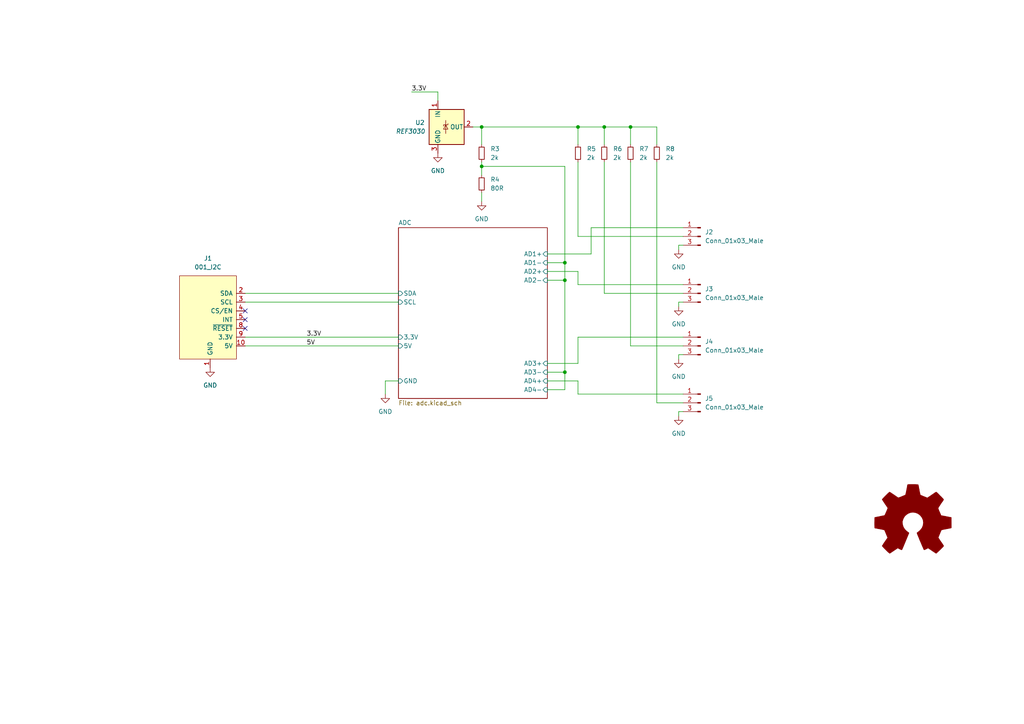
<source format=kicad_sch>
(kicad_sch (version 20211123) (generator eeschema)

  (uuid 29256b3d-9450-4c0a-a4d4-911f04b9c140)

  (paper "A4")

  (lib_symbols
    (symbol "Connector:Conn_01x03_Male" (pin_names (offset 1.016) hide) (in_bom yes) (on_board yes)
      (property "Reference" "J" (id 0) (at 0 5.08 0)
        (effects (font (size 1.27 1.27)))
      )
      (property "Value" "Conn_01x03_Male" (id 1) (at 0 -5.08 0)
        (effects (font (size 1.27 1.27)))
      )
      (property "Footprint" "" (id 2) (at 0 0 0)
        (effects (font (size 1.27 1.27)) hide)
      )
      (property "Datasheet" "~" (id 3) (at 0 0 0)
        (effects (font (size 1.27 1.27)) hide)
      )
      (property "ki_keywords" "connector" (id 4) (at 0 0 0)
        (effects (font (size 1.27 1.27)) hide)
      )
      (property "ki_description" "Generic connector, single row, 01x03, script generated (kicad-library-utils/schlib/autogen/connector/)" (id 5) (at 0 0 0)
        (effects (font (size 1.27 1.27)) hide)
      )
      (property "ki_fp_filters" "Connector*:*_1x??_*" (id 6) (at 0 0 0)
        (effects (font (size 1.27 1.27)) hide)
      )
      (symbol "Conn_01x03_Male_1_1"
        (polyline
          (pts
            (xy 1.27 -2.54)
            (xy 0.8636 -2.54)
          )
          (stroke (width 0.1524) (type default) (color 0 0 0 0))
          (fill (type none))
        )
        (polyline
          (pts
            (xy 1.27 0)
            (xy 0.8636 0)
          )
          (stroke (width 0.1524) (type default) (color 0 0 0 0))
          (fill (type none))
        )
        (polyline
          (pts
            (xy 1.27 2.54)
            (xy 0.8636 2.54)
          )
          (stroke (width 0.1524) (type default) (color 0 0 0 0))
          (fill (type none))
        )
        (rectangle (start 0.8636 -2.413) (end 0 -2.667)
          (stroke (width 0.1524) (type default) (color 0 0 0 0))
          (fill (type outline))
        )
        (rectangle (start 0.8636 0.127) (end 0 -0.127)
          (stroke (width 0.1524) (type default) (color 0 0 0 0))
          (fill (type outline))
        )
        (rectangle (start 0.8636 2.667) (end 0 2.413)
          (stroke (width 0.1524) (type default) (color 0 0 0 0))
          (fill (type outline))
        )
        (pin passive line (at 5.08 2.54 180) (length 3.81)
          (name "Pin_1" (effects (font (size 1.27 1.27))))
          (number "1" (effects (font (size 1.27 1.27))))
        )
        (pin passive line (at 5.08 0 180) (length 3.81)
          (name "Pin_2" (effects (font (size 1.27 1.27))))
          (number "2" (effects (font (size 1.27 1.27))))
        )
        (pin passive line (at 5.08 -2.54 180) (length 3.81)
          (name "Pin_3" (effects (font (size 1.27 1.27))))
          (number "3" (effects (font (size 1.27 1.27))))
        )
      )
    )
    (symbol "Device:R_Small" (pin_numbers hide) (pin_names (offset 0.254) hide) (in_bom yes) (on_board yes)
      (property "Reference" "R" (id 0) (at 0.762 0.508 0)
        (effects (font (size 1.27 1.27)) (justify left))
      )
      (property "Value" "R_Small" (id 1) (at 0.762 -1.016 0)
        (effects (font (size 1.27 1.27)) (justify left))
      )
      (property "Footprint" "" (id 2) (at 0 0 0)
        (effects (font (size 1.27 1.27)) hide)
      )
      (property "Datasheet" "~" (id 3) (at 0 0 0)
        (effects (font (size 1.27 1.27)) hide)
      )
      (property "ki_keywords" "R resistor" (id 4) (at 0 0 0)
        (effects (font (size 1.27 1.27)) hide)
      )
      (property "ki_description" "Resistor, small symbol" (id 5) (at 0 0 0)
        (effects (font (size 1.27 1.27)) hide)
      )
      (property "ki_fp_filters" "R_*" (id 6) (at 0 0 0)
        (effects (font (size 1.27 1.27)) hide)
      )
      (symbol "R_Small_0_1"
        (rectangle (start -0.762 1.778) (end 0.762 -1.778)
          (stroke (width 0.2032) (type default) (color 0 0 0 0))
          (fill (type none))
        )
      )
      (symbol "R_Small_1_1"
        (pin passive line (at 0 2.54 270) (length 0.762)
          (name "~" (effects (font (size 1.27 1.27))))
          (number "1" (effects (font (size 1.27 1.27))))
        )
        (pin passive line (at 0 -2.54 90) (length 0.762)
          (name "~" (effects (font (size 1.27 1.27))))
          (number "2" (effects (font (size 1.27 1.27))))
        )
      )
    )
    (symbol "Graphic:Logo_Open_Hardware_Large" (pin_names (offset 1.016)) (in_bom yes) (on_board yes)
      (property "Reference" "#LOGO" (id 0) (at 0 12.7 0)
        (effects (font (size 1.27 1.27)) hide)
      )
      (property "Value" "Logo_Open_Hardware_Large" (id 1) (at 0 -10.16 0)
        (effects (font (size 1.27 1.27)) hide)
      )
      (property "Footprint" "" (id 2) (at 0 0 0)
        (effects (font (size 1.27 1.27)) hide)
      )
      (property "Datasheet" "~" (id 3) (at 0 0 0)
        (effects (font (size 1.27 1.27)) hide)
      )
      (property "ki_keywords" "Logo" (id 4) (at 0 0 0)
        (effects (font (size 1.27 1.27)) hide)
      )
      (property "ki_description" "Open Hardware logo, large" (id 5) (at 0 0 0)
        (effects (font (size 1.27 1.27)) hide)
      )
      (symbol "Logo_Open_Hardware_Large_1_1"
        (polyline
          (pts
            (xy 6.731 -8.7122)
            (xy 6.6294 -8.6614)
            (xy 6.35 -8.4836)
            (xy 5.9944 -8.255)
            (xy 5.5372 -7.9502)
            (xy 5.1054 -7.6454)
            (xy 4.7498 -7.4168)
            (xy 4.4958 -7.239)
            (xy 4.3942 -7.1882)
            (xy 4.318 -7.2136)
            (xy 4.1148 -7.3152)
            (xy 3.81 -7.4676)
            (xy 3.6322 -7.5692)
            (xy 3.3528 -7.6708)
            (xy 3.2258 -7.6962)
            (xy 3.2004 -7.6708)
            (xy 3.0988 -7.4676)
            (xy 2.9464 -7.0866)
            (xy 2.7178 -6.604)
            (xy 2.4892 -6.0452)
            (xy 2.2352 -5.4356)
            (xy 1.9558 -4.826)
            (xy 1.7272 -4.2164)
            (xy 1.4986 -3.683)
            (xy 1.3208 -3.2512)
            (xy 1.2192 -2.9464)
            (xy 1.1684 -2.8194)
            (xy 1.1938 -2.794)
            (xy 1.3208 -2.667)
            (xy 1.5748 -2.4892)
            (xy 2.0828 -2.0574)
            (xy 2.6162 -1.397)
            (xy 2.921 -0.6604)
            (xy 3.048 0.1524)
            (xy 2.9464 0.9144)
            (xy 2.6416 1.6256)
            (xy 2.1336 2.286)
            (xy 1.524 2.7686)
            (xy 0.8128 3.0734)
            (xy 0 3.175)
            (xy -0.762 3.0988)
            (xy -1.4986 2.794)
            (xy -2.159 2.286)
            (xy -2.4384 1.9812)
            (xy -2.8194 1.3208)
            (xy -3.048 0.6096)
            (xy -3.0734 0.4318)
            (xy -3.0226 -0.3556)
            (xy -2.794 -1.0922)
            (xy -2.3876 -1.7526)
            (xy -1.8288 -2.3114)
            (xy -1.7526 -2.3622)
            (xy -1.4732 -2.5654)
            (xy -1.2954 -2.6924)
            (xy -1.1684 -2.8194)
            (xy -2.159 -5.207)
            (xy -2.3114 -5.588)
            (xy -2.5908 -6.2484)
            (xy -2.8194 -6.8072)
            (xy -3.0226 -7.2644)
            (xy -3.1496 -7.5692)
            (xy -3.2258 -7.6708)
            (xy -3.2258 -7.6962)
            (xy -3.302 -7.6962)
            (xy -3.4798 -7.6454)
            (xy -3.8354 -7.4676)
            (xy -4.0386 -7.366)
            (xy -4.2926 -7.239)
            (xy -4.4196 -7.1882)
            (xy -4.5212 -7.239)
            (xy -4.7498 -7.3914)
            (xy -5.1054 -7.6454)
            (xy -5.5372 -7.9248)
            (xy -5.9436 -8.2042)
            (xy -6.3246 -8.4582)
            (xy -6.604 -8.636)
            (xy -6.731 -8.7122)
            (xy -6.7564 -8.7122)
            (xy -6.858 -8.636)
            (xy -7.0866 -8.4582)
            (xy -7.4168 -8.1534)
            (xy -7.874 -7.6962)
            (xy -7.9502 -7.62)
            (xy -8.3312 -7.239)
            (xy -8.636 -6.9088)
            (xy -8.8392 -6.6802)
            (xy -8.9154 -6.5786)
            (xy -8.9154 -6.5786)
            (xy -8.8392 -6.4516)
            (xy -8.6614 -6.1722)
            (xy -8.4328 -5.7912)
            (xy -8.128 -5.3594)
            (xy -7.3152 -4.191)
            (xy -7.7724 -3.0988)
            (xy -7.8994 -2.7686)
            (xy -8.0772 -2.3622)
            (xy -8.2042 -2.0828)
            (xy -8.255 -1.9558)
            (xy -8.382 -1.905)
            (xy -8.6614 -1.8542)
            (xy -9.0932 -1.7526)
            (xy -9.6266 -1.651)
            (xy -10.1092 -1.5748)
            (xy -10.541 -1.4732)
            (xy -10.8712 -1.4224)
            (xy -11.0236 -1.397)
            (xy -11.049 -1.3716)
            (xy -11.0744 -1.2954)
            (xy -11.0998 -1.143)
            (xy -11.0998 -0.889)
            (xy -11.1252 -0.4572)
            (xy -11.1252 0.1524)
            (xy -11.1252 0.2286)
            (xy -11.0998 0.8128)
            (xy -11.0998 1.27)
            (xy -11.0744 1.5494)
            (xy -11.0744 1.6764)
            (xy -11.0744 1.6764)
            (xy -10.922 1.7018)
            (xy -10.6172 1.778)
            (xy -10.16 1.8542)
            (xy -9.652 1.9558)
            (xy -9.6012 1.9812)
            (xy -9.0932 2.0828)
            (xy -8.636 2.159)
            (xy -8.3312 2.2352)
            (xy -8.2042 2.286)
            (xy -8.1788 2.3114)
            (xy -8.0772 2.5146)
            (xy -7.9248 2.8448)
            (xy -7.747 3.2512)
            (xy -7.5692 3.6576)
            (xy -7.4168 4.0386)
            (xy -7.3152 4.318)
            (xy -7.2898 4.445)
            (xy -7.2898 4.445)
            (xy -7.366 4.572)
            (xy -7.5438 4.826)
            (xy -7.7978 5.207)
            (xy -8.128 5.6642)
            (xy -8.128 5.6896)
            (xy -8.4328 6.1468)
            (xy -8.6868 6.5278)
            (xy -8.8392 6.7818)
            (xy -8.9154 6.9088)
            (xy -8.9154 6.9088)
            (xy -8.8138 7.0358)
            (xy -8.5852 7.2898)
            (xy -8.255 7.6454)
            (xy -7.874 8.0264)
            (xy -7.747 8.1534)
            (xy -7.3152 8.5852)
            (xy -7.0104 8.8646)
            (xy -6.8326 8.9916)
            (xy -6.731 9.0424)
            (xy -6.731 9.0424)
            (xy -6.604 8.9408)
            (xy -6.3246 8.763)
            (xy -5.9436 8.509)
            (xy -5.4864 8.2042)
            (xy -5.461 8.1788)
            (xy -5.0038 7.874)
            (xy -4.6482 7.62)
            (xy -4.3688 7.4422)
            (xy -4.2672 7.3914)
            (xy -4.2418 7.3914)
            (xy -4.064 7.4422)
            (xy -3.7338 7.5438)
            (xy -3.3528 7.6962)
            (xy -2.9464 7.874)
            (xy -2.5654 8.0264)
            (xy -2.286 8.1534)
            (xy -2.159 8.2296)
            (xy -2.159 8.2296)
            (xy -2.1082 8.382)
            (xy -2.032 8.7122)
            (xy -1.9304 9.1694)
            (xy -1.8288 9.7282)
            (xy -1.8034 9.8044)
            (xy -1.7018 10.3378)
            (xy -1.6256 10.7696)
            (xy -1.5748 11.0744)
            (xy -1.524 11.2014)
            (xy -1.4478 11.2268)
            (xy -1.1938 11.2522)
            (xy -0.8128 11.2522)
            (xy -0.3302 11.2522)
            (xy 0.1524 11.2522)
            (xy 0.6604 11.2522)
            (xy 1.0668 11.2268)
            (xy 1.3716 11.2014)
            (xy 1.4986 11.176)
            (xy 1.4986 11.176)
            (xy 1.5494 11.0236)
            (xy 1.6256 10.6934)
            (xy 1.7018 10.2108)
            (xy 1.8288 9.6774)
            (xy 1.8288 9.5758)
            (xy 1.9304 9.0424)
            (xy 2.032 8.6106)
            (xy 2.0828 8.3058)
            (xy 2.1336 8.2042)
            (xy 2.159 8.1788)
            (xy 2.3876 8.0772)
            (xy 2.7432 7.9248)
            (xy 3.175 7.747)
            (xy 4.191 7.3406)
            (xy 5.461 8.2042)
            (xy 5.5626 8.2804)
            (xy 6.0198 8.5852)
            (xy 6.3754 8.8392)
            (xy 6.6294 8.9916)
            (xy 6.7564 9.0424)
            (xy 6.7564 9.0424)
            (xy 6.8834 8.9408)
            (xy 7.1374 8.7122)
            (xy 7.4676 8.382)
            (xy 7.8486 7.9756)
            (xy 8.1534 7.6962)
            (xy 8.4836 7.3406)
            (xy 8.7122 7.112)
            (xy 8.8392 6.9596)
            (xy 8.8646 6.858)
            (xy 8.8646 6.8072)
            (xy 8.7884 6.6802)
            (xy 8.6106 6.4008)
            (xy 8.3312 6.0198)
            (xy 8.0264 5.588)
            (xy 7.7978 5.207)
            (xy 7.5184 4.8006)
            (xy 7.3406 4.4958)
            (xy 7.2898 4.3434)
            (xy 7.2898 4.2926)
            (xy 7.3914 4.0386)
            (xy 7.5184 3.683)
            (xy 7.7216 3.2258)
            (xy 8.1534 2.2352)
            (xy 8.7884 2.1082)
            (xy 9.1948 2.0574)
            (xy 9.7536 1.9304)
            (xy 10.2616 1.8288)
            (xy 11.0998 1.6764)
            (xy 11.1252 -1.3208)
            (xy 10.9982 -1.3716)
            (xy 10.8712 -1.397)
            (xy 10.5664 -1.4732)
            (xy 10.1346 -1.5494)
            (xy 9.6266 -1.651)
            (xy 9.1948 -1.7272)
            (xy 8.7376 -1.8288)
            (xy 8.4328 -1.8796)
            (xy 8.2804 -1.905)
            (xy 8.255 -1.9558)
            (xy 8.1534 -2.159)
            (xy 7.9756 -2.5146)
            (xy 7.8232 -2.921)
            (xy 7.6454 -3.3274)
            (xy 7.493 -3.7338)
            (xy 7.366 -4.0132)
            (xy 7.3406 -4.191)
            (xy 7.3914 -4.2926)
            (xy 7.5692 -4.5466)
            (xy 7.7978 -4.9276)
            (xy 8.1026 -5.3594)
            (xy 8.4074 -5.7912)
            (xy 8.6614 -6.1722)
            (xy 8.8138 -6.4262)
            (xy 8.89 -6.5532)
            (xy 8.8646 -6.6548)
            (xy 8.6868 -6.858)
            (xy 8.3566 -7.1882)
            (xy 7.874 -7.6708)
            (xy 7.7978 -7.747)
            (xy 7.3914 -8.128)
            (xy 7.0612 -8.4328)
            (xy 6.8326 -8.636)
            (xy 6.731 -8.7122)
          )
          (stroke (width 0) (type default) (color 0 0 0 0))
          (fill (type outline))
        )
      )
    )
    (symbol "Reference_Voltage:REF3030" (pin_names (offset 0.254)) (in_bom yes) (on_board yes)
      (property "Reference" "U" (id 0) (at 0 6.35 0)
        (effects (font (size 1.27 1.27)))
      )
      (property "Value" "REF3030" (id 1) (at 2.54 -6.35 0)
        (effects (font (size 1.27 1.27) italic))
      )
      (property "Footprint" "Package_TO_SOT_SMD:SOT-23" (id 2) (at 0 -11.43 0)
        (effects (font (size 1.27 1.27) italic) hide)
      )
      (property "Datasheet" "http://www.ti.com/lit/ds/symlink/ref3033.pdf" (id 3) (at 2.54 -8.89 0)
        (effects (font (size 1.27 1.27) italic) hide)
      )
      (property "ki_keywords" "voltage reference" (id 4) (at 0 0 0)
        (effects (font (size 1.27 1.27)) hide)
      )
      (property "ki_description" "3.0V 50-ppm/°C Max, 50-μA, CMOS Voltage Reference, SOT-23-3" (id 5) (at 0 0 0)
        (effects (font (size 1.27 1.27)) hide)
      )
      (property "ki_fp_filters" "SOT?23*" (id 6) (at 0 0 0)
        (effects (font (size 1.27 1.27)) hide)
      )
      (symbol "REF3030_0_1"
        (rectangle (start -5.08 5.08) (end 5.08 -5.08)
          (stroke (width 0.254) (type default) (color 0 0 0 0))
          (fill (type background))
        )
        (polyline
          (pts
            (xy -0.254 1.905)
            (xy -0.254 -1.905)
          )
          (stroke (width 0) (type default) (color 0 0 0 0))
          (fill (type none))
        )
        (polyline
          (pts
            (xy -0.889 -0.635)
            (xy 0.381 -0.635)
            (xy -0.254 0.635)
            (xy -0.889 -0.635)
          )
          (stroke (width 0) (type default) (color 0 0 0 0))
          (fill (type none))
        )
        (polyline
          (pts
            (xy 0.381 1.016)
            (xy 0.381 0.635)
            (xy -0.889 0.635)
            (xy -0.889 0.254)
          )
          (stroke (width 0) (type default) (color 0 0 0 0))
          (fill (type none))
        )
      )
      (symbol "REF3030_1_1"
        (pin power_in line (at -2.54 7.62 270) (length 2.54)
          (name "IN" (effects (font (size 1.27 1.27))))
          (number "1" (effects (font (size 1.27 1.27))))
        )
        (pin power_out line (at 7.62 0 180) (length 2.54)
          (name "OUT" (effects (font (size 1.27 1.27))))
          (number "2" (effects (font (size 1.27 1.27))))
        )
        (pin power_in line (at -2.54 -7.62 90) (length 2.54)
          (name "GND" (effects (font (size 1.27 1.27))))
          (number "3" (effects (font (size 1.27 1.27))))
        )
      )
    )
    (symbol "power:GND" (power) (pin_names (offset 0)) (in_bom yes) (on_board yes)
      (property "Reference" "#PWR" (id 0) (at 0 -6.35 0)
        (effects (font (size 1.27 1.27)) hide)
      )
      (property "Value" "GND" (id 1) (at 0 -3.81 0)
        (effects (font (size 1.27 1.27)))
      )
      (property "Footprint" "" (id 2) (at 0 0 0)
        (effects (font (size 1.27 1.27)) hide)
      )
      (property "Datasheet" "" (id 3) (at 0 0 0)
        (effects (font (size 1.27 1.27)) hide)
      )
      (property "ki_keywords" "power-flag" (id 4) (at 0 0 0)
        (effects (font (size 1.27 1.27)) hide)
      )
      (property "ki_description" "Power symbol creates a global label with name \"GND\" , ground" (id 5) (at 0 0 0)
        (effects (font (size 1.27 1.27)) hide)
      )
      (symbol "GND_0_1"
        (polyline
          (pts
            (xy 0 0)
            (xy 0 -1.27)
            (xy 1.27 -1.27)
            (xy 0 -2.54)
            (xy -1.27 -1.27)
            (xy 0 -1.27)
          )
          (stroke (width 0) (type default) (color 0 0 0 0))
          (fill (type none))
        )
      )
      (symbol "GND_1_1"
        (pin power_in line (at 0 0 270) (length 0) hide
          (name "GND" (effects (font (size 1.27 1.27))))
          (number "1" (effects (font (size 1.27 1.27))))
        )
      )
    )
    (symbol "put_on_edge:001_I2C" (pin_names (offset 1.016)) (in_bom yes) (on_board yes)
      (property "Reference" "J" (id 0) (at -2.54 13.97 0)
        (effects (font (size 1.27 1.27)))
      )
      (property "Value" "001_I2C" (id 1) (at 8.89 13.97 0)
        (effects (font (size 1.27 1.27)))
      )
      (property "Footprint" "" (id 2) (at 7.62 16.51 0)
        (effects (font (size 1.27 1.27)) hide)
      )
      (property "Datasheet" "" (id 3) (at 7.62 16.51 0)
        (effects (font (size 1.27 1.27)) hide)
      )
      (symbol "001_I2C_0_1"
        (rectangle (start -8.89 12.7) (end 7.62 -11.43)
          (stroke (width 0) (type default) (color 0 0 0 0))
          (fill (type background))
        )
      )
      (symbol "001_I2C_1_1"
        (pin power_in line (at -1.27 -13.97 90) (length 2.54)
          (name "GND" (effects (font (size 1.27 1.27))))
          (number "1" (effects (font (size 1.27 1.27))))
        )
        (pin power_in line (at -11.43 -7.62 0) (length 2.54)
          (name "5V" (effects (font (size 1.27 1.27))))
          (number "10" (effects (font (size 1.27 1.27))))
        )
        (pin bidirectional line (at -11.43 7.62 0) (length 2.54)
          (name "SDA" (effects (font (size 1.27 1.27))))
          (number "2" (effects (font (size 1.27 1.27))))
        )
        (pin bidirectional line (at -11.43 5.08 0) (length 2.54)
          (name "SCL" (effects (font (size 1.27 1.27))))
          (number "3" (effects (font (size 1.27 1.27))))
        )
        (pin bidirectional line (at -11.43 2.54 0) (length 2.54)
          (name "CS/EN" (effects (font (size 1.27 1.27))))
          (number "4" (effects (font (size 1.27 1.27))))
        )
        (pin bidirectional line (at -11.43 0 0) (length 2.54)
          (name "INT" (effects (font (size 1.27 1.27))))
          (number "5" (effects (font (size 1.27 1.27))))
        )
        (pin bidirectional line (at -11.43 -2.54 0) (length 2.54)
          (name "~{RESET}" (effects (font (size 1.27 1.27))))
          (number "8" (effects (font (size 1.27 1.27))))
        )
        (pin power_in line (at -11.43 -5.08 0) (length 2.54)
          (name "3.3V" (effects (font (size 1.27 1.27))))
          (number "9" (effects (font (size 1.27 1.27))))
        )
      )
    )
  )

  (junction (at 163.83 76.2) (diameter 0) (color 0 0 0 0)
    (uuid 0975f659-a5ca-41b7-b49e-2ece00ca09b7)
  )
  (junction (at 175.26 36.83) (diameter 0) (color 0 0 0 0)
    (uuid 0a304cf0-e4bf-4866-a74e-7c6cd4c7e918)
  )
  (junction (at 167.64 36.83) (diameter 0) (color 0 0 0 0)
    (uuid 2682e4e1-bd5f-461a-9fd0-c0cb421907ef)
  )
  (junction (at 139.7 36.83) (diameter 0) (color 0 0 0 0)
    (uuid 4351e1d6-672e-4a58-bdd8-46a6ad99ff89)
  )
  (junction (at 139.7 48.26) (diameter 0) (color 0 0 0 0)
    (uuid 52af98b2-86da-4b87-b703-7faba4349c2b)
  )
  (junction (at 182.88 36.83) (diameter 0) (color 0 0 0 0)
    (uuid 7db9ba20-c131-47ec-af2b-cdce3958e4c9)
  )
  (junction (at 163.83 81.28) (diameter 0) (color 0 0 0 0)
    (uuid 93bc46e4-5043-4364-805b-50ea1157941d)
  )
  (junction (at 163.83 107.95) (diameter 0) (color 0 0 0 0)
    (uuid a47f0306-ff2e-4136-bb6b-c7267afef382)
  )

  (no_connect (at 71.12 92.71) (uuid 279bfd46-5d22-4d47-b3be-2961e3d53603))
  (no_connect (at 71.12 90.17) (uuid 55413a77-8b82-42a6-bb75-3c617ba4c376))
  (no_connect (at 71.12 95.25) (uuid 9c3a3334-6ec0-44ff-9c0d-d6a65e04ab7e))

  (wire (pts (xy 71.12 87.63) (xy 115.57 87.63))
    (stroke (width 0) (type default) (color 0 0 0 0))
    (uuid 03d5a1ab-0c6b-4c80-a24b-6716d6849030)
  )
  (wire (pts (xy 196.85 102.87) (xy 198.12 102.87))
    (stroke (width 0) (type default) (color 0 0 0 0))
    (uuid 041540dd-66e6-44c5-9d56-d11d2216d19d)
  )
  (wire (pts (xy 167.64 105.41) (xy 158.75 105.41))
    (stroke (width 0) (type default) (color 0 0 0 0))
    (uuid 087ff793-2e56-4fbf-b5f3-a7375b194b23)
  )
  (wire (pts (xy 71.12 85.09) (xy 115.57 85.09))
    (stroke (width 0) (type default) (color 0 0 0 0))
    (uuid 08ebb44e-a2a8-4f47-9501-08bdcc738e2a)
  )
  (wire (pts (xy 163.83 81.28) (xy 163.83 107.95))
    (stroke (width 0) (type default) (color 0 0 0 0))
    (uuid 09be406e-3f2c-464c-ace1-829a39b3330d)
  )
  (wire (pts (xy 111.76 110.49) (xy 115.57 110.49))
    (stroke (width 0) (type default) (color 0 0 0 0))
    (uuid 18b95a17-9363-42df-b018-2efb7cce5c40)
  )
  (wire (pts (xy 167.64 97.79) (xy 167.64 105.41))
    (stroke (width 0) (type default) (color 0 0 0 0))
    (uuid 19173a5b-a3f9-439b-ad25-7383e6147125)
  )
  (wire (pts (xy 198.12 100.33) (xy 182.88 100.33))
    (stroke (width 0) (type default) (color 0 0 0 0))
    (uuid 1b7cdedc-8c1a-47ec-a687-a0da45d32457)
  )
  (wire (pts (xy 198.12 82.55) (xy 167.64 82.55))
    (stroke (width 0) (type default) (color 0 0 0 0))
    (uuid 1d35ae82-d72c-4d72-b462-59ad718a4c40)
  )
  (wire (pts (xy 139.7 48.26) (xy 139.7 50.8))
    (stroke (width 0) (type default) (color 0 0 0 0))
    (uuid 1f9398dd-7cdd-424c-b613-8ca2f01076a8)
  )
  (wire (pts (xy 163.83 113.03) (xy 158.75 113.03))
    (stroke (width 0) (type default) (color 0 0 0 0))
    (uuid 2031c6b0-4460-4794-a65a-43a03ed38ed1)
  )
  (wire (pts (xy 111.76 114.3) (xy 111.76 110.49))
    (stroke (width 0) (type default) (color 0 0 0 0))
    (uuid 2442a14a-b572-4c06-81cb-d81f6834a1ac)
  )
  (wire (pts (xy 171.45 73.66) (xy 171.45 66.04))
    (stroke (width 0) (type default) (color 0 0 0 0))
    (uuid 3314c378-2ba9-47be-a220-fc91c6f2992a)
  )
  (wire (pts (xy 158.75 76.2) (xy 163.83 76.2))
    (stroke (width 0) (type default) (color 0 0 0 0))
    (uuid 35f27740-ee8f-4028-aaa2-b8885bba0b46)
  )
  (wire (pts (xy 163.83 76.2) (xy 163.83 81.28))
    (stroke (width 0) (type default) (color 0 0 0 0))
    (uuid 367b6a4b-f59e-43aa-812a-11cc5148277e)
  )
  (wire (pts (xy 167.64 36.83) (xy 167.64 41.91))
    (stroke (width 0) (type default) (color 0 0 0 0))
    (uuid 36b9a97d-01a9-457e-a631-65790656e305)
  )
  (wire (pts (xy 190.5 36.83) (xy 182.88 36.83))
    (stroke (width 0) (type default) (color 0 0 0 0))
    (uuid 38e6be01-e1a1-4bad-8c4f-0d7dbf28c591)
  )
  (wire (pts (xy 198.12 97.79) (xy 167.64 97.79))
    (stroke (width 0) (type default) (color 0 0 0 0))
    (uuid 3a184905-c0f4-48f0-8608-3958fbbd1f37)
  )
  (wire (pts (xy 119.38 26.67) (xy 127 26.67))
    (stroke (width 0) (type default) (color 0 0 0 0))
    (uuid 3cb0c1d5-25b8-4247-9c21-16c1ee1d2802)
  )
  (wire (pts (xy 167.64 68.58) (xy 198.12 68.58))
    (stroke (width 0) (type default) (color 0 0 0 0))
    (uuid 4310665b-814c-4c30-9aa3-b5e28b45a80c)
  )
  (wire (pts (xy 167.64 110.49) (xy 158.75 110.49))
    (stroke (width 0) (type default) (color 0 0 0 0))
    (uuid 46cdac83-4cb3-46fc-8706-7a3583890df6)
  )
  (wire (pts (xy 167.64 82.55) (xy 167.64 78.74))
    (stroke (width 0) (type default) (color 0 0 0 0))
    (uuid 47e667e1-0fd2-4c53-933d-94a7b5f7beba)
  )
  (wire (pts (xy 139.7 48.26) (xy 163.83 48.26))
    (stroke (width 0) (type default) (color 0 0 0 0))
    (uuid 48ae1a4c-bb66-43e6-8e9b-07e6cf0a8800)
  )
  (wire (pts (xy 196.85 72.39) (xy 196.85 71.12))
    (stroke (width 0) (type default) (color 0 0 0 0))
    (uuid 4f351e7e-dbbe-4fc5-a77a-2645280e3cfe)
  )
  (wire (pts (xy 182.88 36.83) (xy 175.26 36.83))
    (stroke (width 0) (type default) (color 0 0 0 0))
    (uuid 52e3c586-915f-4ae3-bf39-c85410b5973a)
  )
  (wire (pts (xy 139.7 36.83) (xy 139.7 41.91))
    (stroke (width 0) (type default) (color 0 0 0 0))
    (uuid 568c9555-a4a3-4957-89ae-ba4e810ee171)
  )
  (wire (pts (xy 139.7 46.99) (xy 139.7 48.26))
    (stroke (width 0) (type default) (color 0 0 0 0))
    (uuid 60aefd37-c1f3-4b47-afb7-21993881eded)
  )
  (wire (pts (xy 167.64 78.74) (xy 158.75 78.74))
    (stroke (width 0) (type default) (color 0 0 0 0))
    (uuid 624e2136-a99e-407a-9a57-2888def0327c)
  )
  (wire (pts (xy 139.7 55.88) (xy 139.7 58.42))
    (stroke (width 0) (type default) (color 0 0 0 0))
    (uuid 63eb4e12-caae-4058-ae28-642c013aaec0)
  )
  (wire (pts (xy 71.12 97.79) (xy 115.57 97.79))
    (stroke (width 0) (type default) (color 0 0 0 0))
    (uuid 6b49047d-721a-4c9d-b338-11666ed868dd)
  )
  (wire (pts (xy 196.85 88.9) (xy 196.85 87.63))
    (stroke (width 0) (type default) (color 0 0 0 0))
    (uuid 6eaf2310-87a6-4b9a-92e8-35debbcaa5b5)
  )
  (wire (pts (xy 127 26.67) (xy 127 29.21))
    (stroke (width 0) (type default) (color 0 0 0 0))
    (uuid 705587cc-a6c9-4e02-a763-3c64fe4f6b48)
  )
  (wire (pts (xy 190.5 116.84) (xy 190.5 46.99))
    (stroke (width 0) (type default) (color 0 0 0 0))
    (uuid 72cd064c-e698-49ef-94b3-548ca9eeb816)
  )
  (wire (pts (xy 198.12 116.84) (xy 190.5 116.84))
    (stroke (width 0) (type default) (color 0 0 0 0))
    (uuid 75bab6f4-87ff-48da-ada6-4b05458f98d5)
  )
  (wire (pts (xy 196.85 104.14) (xy 196.85 102.87))
    (stroke (width 0) (type default) (color 0 0 0 0))
    (uuid 7be248ce-0b8b-4301-9d1d-c6c81231f7d9)
  )
  (wire (pts (xy 196.85 119.38) (xy 198.12 119.38))
    (stroke (width 0) (type default) (color 0 0 0 0))
    (uuid 85041f5e-1497-4291-9b8b-68866bfdc7d4)
  )
  (wire (pts (xy 137.16 36.83) (xy 139.7 36.83))
    (stroke (width 0) (type default) (color 0 0 0 0))
    (uuid 8dfcc66e-e86b-425b-a651-f0726deab5a4)
  )
  (wire (pts (xy 158.75 73.66) (xy 171.45 73.66))
    (stroke (width 0) (type default) (color 0 0 0 0))
    (uuid 92ea69d9-0c42-4621-91b4-7611b581cdf7)
  )
  (wire (pts (xy 175.26 85.09) (xy 175.26 46.99))
    (stroke (width 0) (type default) (color 0 0 0 0))
    (uuid 93538109-16e1-4cde-96ce-7c0802b2e238)
  )
  (wire (pts (xy 171.45 66.04) (xy 198.12 66.04))
    (stroke (width 0) (type default) (color 0 0 0 0))
    (uuid 977ddc94-cc26-473e-9dbe-1e2a57538348)
  )
  (wire (pts (xy 196.85 71.12) (xy 198.12 71.12))
    (stroke (width 0) (type default) (color 0 0 0 0))
    (uuid 9bce8c63-02c4-480c-8bf2-ac0090116fbe)
  )
  (wire (pts (xy 182.88 36.83) (xy 182.88 41.91))
    (stroke (width 0) (type default) (color 0 0 0 0))
    (uuid b42d3dcb-71fe-4027-aeb7-9bf72106d929)
  )
  (wire (pts (xy 167.64 114.3) (xy 167.64 110.49))
    (stroke (width 0) (type default) (color 0 0 0 0))
    (uuid b86b6e17-fa10-43c9-b9bb-2ea2b3b3db99)
  )
  (wire (pts (xy 196.85 120.65) (xy 196.85 119.38))
    (stroke (width 0) (type default) (color 0 0 0 0))
    (uuid b9835ce8-073d-43a8-ac38-49487a4fd37e)
  )
  (wire (pts (xy 158.75 107.95) (xy 163.83 107.95))
    (stroke (width 0) (type default) (color 0 0 0 0))
    (uuid bc12a1e6-d58e-468b-81d3-7f2359afe605)
  )
  (wire (pts (xy 167.64 36.83) (xy 139.7 36.83))
    (stroke (width 0) (type default) (color 0 0 0 0))
    (uuid beedad85-57b3-48d4-a5b8-762bf1ae0bb8)
  )
  (wire (pts (xy 163.83 107.95) (xy 163.83 113.03))
    (stroke (width 0) (type default) (color 0 0 0 0))
    (uuid c5bc07f9-8446-40c9-87a9-a34ee819a5e6)
  )
  (wire (pts (xy 158.75 81.28) (xy 163.83 81.28))
    (stroke (width 0) (type default) (color 0 0 0 0))
    (uuid c9390790-8d5a-4d7a-a3c6-ddf63c16c17e)
  )
  (wire (pts (xy 182.88 100.33) (xy 182.88 46.99))
    (stroke (width 0) (type default) (color 0 0 0 0))
    (uuid d124e26b-19c7-4226-8e67-49ff422379fb)
  )
  (wire (pts (xy 175.26 36.83) (xy 175.26 41.91))
    (stroke (width 0) (type default) (color 0 0 0 0))
    (uuid d1ab4976-546b-43bd-9efe-5425e6f8190b)
  )
  (wire (pts (xy 163.83 48.26) (xy 163.83 76.2))
    (stroke (width 0) (type default) (color 0 0 0 0))
    (uuid df201a85-39ef-4339-9bfb-810ad0b68fd7)
  )
  (wire (pts (xy 175.26 36.83) (xy 167.64 36.83))
    (stroke (width 0) (type default) (color 0 0 0 0))
    (uuid e46e0545-9a2a-4ef2-b8a5-34f0d29c3e7c)
  )
  (wire (pts (xy 198.12 114.3) (xy 167.64 114.3))
    (stroke (width 0) (type default) (color 0 0 0 0))
    (uuid e9e4536b-93cd-40a4-bd2c-fd40ff7b2b08)
  )
  (wire (pts (xy 190.5 41.91) (xy 190.5 36.83))
    (stroke (width 0) (type default) (color 0 0 0 0))
    (uuid ecf437fa-ba80-4c47-ade0-70045375ce45)
  )
  (wire (pts (xy 167.64 46.99) (xy 167.64 68.58))
    (stroke (width 0) (type default) (color 0 0 0 0))
    (uuid f262f8cf-2b8d-4cc2-99e4-77555243a334)
  )
  (wire (pts (xy 198.12 85.09) (xy 175.26 85.09))
    (stroke (width 0) (type default) (color 0 0 0 0))
    (uuid fa5cd6f2-21d9-4a4d-b772-1b48b2b79c76)
  )
  (wire (pts (xy 196.85 87.63) (xy 198.12 87.63))
    (stroke (width 0) (type default) (color 0 0 0 0))
    (uuid fcbbeefe-3039-4d5e-b86c-9c72c7ae9bfc)
  )
  (wire (pts (xy 71.12 100.33) (xy 115.57 100.33))
    (stroke (width 0) (type default) (color 0 0 0 0))
    (uuid ff79dab9-b01e-4ad7-b15c-36b40e0fd1d6)
  )

  (label "3.3V" (at 88.9 97.79 0)
    (effects (font (size 1.27 1.27)) (justify left bottom))
    (uuid 1f553a7e-60df-4c15-98fb-919dbdd22556)
  )
  (label "5V" (at 88.9 100.33 0)
    (effects (font (size 1.27 1.27)) (justify left bottom))
    (uuid 4686cfa3-de45-4481-910e-3775b1611350)
  )
  (label "3.3V" (at 119.38 26.67 0)
    (effects (font (size 1.27 1.27)) (justify left bottom))
    (uuid e3bd1fc9-5e6c-4340-8ab0-e0951ef5bfb4)
  )

  (symbol (lib_id "Graphic:Logo_Open_Hardware_Large") (at 264.795 151.765 0) (unit 1)
    (in_bom yes) (on_board yes)
    (uuid 00000000-0000-0000-0000-000060bd71e9)
    (property "Reference" "l1" (id 0) (at 264.795 139.065 0)
      (effects (font (size 1.27 1.27)) hide)
    )
    (property "Value" "Logo_Open_Hardware_Larg" (id 1) (at 264.795 161.925 0)
      (effects (font (size 1.27 1.27)) hide)
    )
    (property "Footprint" "Symbol:OSHW-Logo2_7.3x6mm_SilkScreen" (id 2) (at 264.795 151.765 0)
      (effects (font (size 1.27 1.27)) hide)
    )
    (property "Datasheet" "~" (id 3) (at 264.795 151.765 0)
      (effects (font (size 1.27 1.27)) hide)
    )
  )

  (symbol (lib_id "power:GND") (at 196.85 88.9 0) (unit 1)
    (in_bom yes) (on_board yes) (fields_autoplaced)
    (uuid 04a28995-10a7-4e8d-bf0a-3c28cd74c2fa)
    (property "Reference" "#PWR0108" (id 0) (at 196.85 95.25 0)
      (effects (font (size 1.27 1.27)) hide)
    )
    (property "Value" "GND" (id 1) (at 196.85 93.98 0))
    (property "Footprint" "" (id 2) (at 196.85 88.9 0)
      (effects (font (size 1.27 1.27)) hide)
    )
    (property "Datasheet" "" (id 3) (at 196.85 88.9 0)
      (effects (font (size 1.27 1.27)) hide)
    )
    (pin "1" (uuid 5b5e9d4f-5380-4795-9c5c-6c9dd2774543))
  )

  (symbol (lib_id "put_on_edge:001_I2C") (at 59.69 92.71 0) (mirror y) (unit 1)
    (in_bom yes) (on_board yes) (fields_autoplaced)
    (uuid 1a87621e-0575-4cf6-9588-d7658bbe3aa9)
    (property "Reference" "J1" (id 0) (at 60.325 74.93 0))
    (property "Value" "001_I2C" (id 1) (at 60.325 77.47 0))
    (property "Footprint" "on_edge:on_edge_2x05_device" (id 2) (at 52.07 76.2 0)
      (effects (font (size 1.27 1.27)) hide)
    )
    (property "Datasheet" "" (id 3) (at 52.07 76.2 0)
      (effects (font (size 1.27 1.27)) hide)
    )
    (pin "1" (uuid b095322e-8881-4f18-90b5-c43ac6f00ec4))
    (pin "10" (uuid 0acc9c8d-3dea-4b14-a1b3-3f6447a817c2))
    (pin "2" (uuid 30b961af-7267-498e-8e93-0373270f8170))
    (pin "3" (uuid f540fe2d-4c96-40a6-94e0-e120ddfb34d7))
    (pin "4" (uuid f1f55c17-6b49-4e02-9cfd-d215c2a5bf65))
    (pin "5" (uuid 3aa6ece9-030b-4fbe-82e0-f616c1b18c54))
    (pin "8" (uuid 2d03344c-564a-483a-930d-f559c4c7552d))
    (pin "9" (uuid 6a4b1276-f648-4d46-9572-3a1c9f49ff38))
  )

  (symbol (lib_id "power:GND") (at 196.85 72.39 0) (unit 1)
    (in_bom yes) (on_board yes) (fields_autoplaced)
    (uuid 1af93a30-e96e-4701-9b61-9eb855ec2dee)
    (property "Reference" "#PWR0105" (id 0) (at 196.85 78.74 0)
      (effects (font (size 1.27 1.27)) hide)
    )
    (property "Value" "GND" (id 1) (at 196.85 77.47 0))
    (property "Footprint" "" (id 2) (at 196.85 72.39 0)
      (effects (font (size 1.27 1.27)) hide)
    )
    (property "Datasheet" "" (id 3) (at 196.85 72.39 0)
      (effects (font (size 1.27 1.27)) hide)
    )
    (pin "1" (uuid 7a681269-744d-42db-b63c-7230ab2439e2))
  )

  (symbol (lib_id "Connector:Conn_01x03_Male") (at 203.2 100.33 0) (mirror y) (unit 1)
    (in_bom yes) (on_board yes) (fields_autoplaced)
    (uuid 1d830964-033f-4a9c-8f2a-38726e9d8524)
    (property "Reference" "J4" (id 0) (at 204.47 99.0599 0)
      (effects (font (size 1.27 1.27)) (justify right))
    )
    (property "Value" "Conn_01x03_Male" (id 1) (at 204.47 101.5999 0)
      (effects (font (size 1.27 1.27)) (justify right))
    )
    (property "Footprint" "Connector_PinHeader_2.54mm:PinHeader_1x03_P2.54mm_Vertical" (id 2) (at 203.2 100.33 0)
      (effects (font (size 1.27 1.27)) hide)
    )
    (property "Datasheet" "~" (id 3) (at 203.2 100.33 0)
      (effects (font (size 1.27 1.27)) hide)
    )
    (pin "1" (uuid 233523f9-3dff-445c-811f-f32328cb1417))
    (pin "2" (uuid 26a4e4d3-d4a4-4a20-b8be-fbd3c0e79000))
    (pin "3" (uuid bf053841-8bc5-4cc3-a797-46115fd85660))
  )

  (symbol (lib_id "power:GND") (at 139.7 58.42 0) (unit 1)
    (in_bom yes) (on_board yes) (fields_autoplaced)
    (uuid 214094aa-2544-4733-a7ee-f6857243941e)
    (property "Reference" "#PWR0104" (id 0) (at 139.7 64.77 0)
      (effects (font (size 1.27 1.27)) hide)
    )
    (property "Value" "GND" (id 1) (at 139.7 63.5 0))
    (property "Footprint" "" (id 2) (at 139.7 58.42 0)
      (effects (font (size 1.27 1.27)) hide)
    )
    (property "Datasheet" "" (id 3) (at 139.7 58.42 0)
      (effects (font (size 1.27 1.27)) hide)
    )
    (pin "1" (uuid e0ce33dd-abc9-430c-b7bc-d293eef27e3e))
  )

  (symbol (lib_id "Device:R_Small") (at 175.26 44.45 0) (unit 1)
    (in_bom yes) (on_board yes) (fields_autoplaced)
    (uuid 2b570b8a-109a-422b-9186-c6f91a7cc0d3)
    (property "Reference" "R6" (id 0) (at 177.8 43.1799 0)
      (effects (font (size 1.27 1.27)) (justify left))
    )
    (property "Value" "2k" (id 1) (at 177.8 45.7199 0)
      (effects (font (size 1.27 1.27)) (justify left))
    )
    (property "Footprint" "Resistor_SMD:R_0603_1608Metric" (id 2) (at 175.26 44.45 0)
      (effects (font (size 1.27 1.27)) hide)
    )
    (property "Datasheet" "~" (id 3) (at 175.26 44.45 0)
      (effects (font (size 1.27 1.27)) hide)
    )
    (pin "1" (uuid fc67dfc9-458d-43b3-b550-73a90c233598))
    (pin "2" (uuid 8582d8a8-8666-4595-b783-db8ceb9f8742))
  )

  (symbol (lib_id "Device:R_Small") (at 190.5 44.45 0) (unit 1)
    (in_bom yes) (on_board yes) (fields_autoplaced)
    (uuid 302c19ea-a1f1-4d51-bbd7-83e7f3c96c7a)
    (property "Reference" "R8" (id 0) (at 193.04 43.1799 0)
      (effects (font (size 1.27 1.27)) (justify left))
    )
    (property "Value" "2k" (id 1) (at 193.04 45.7199 0)
      (effects (font (size 1.27 1.27)) (justify left))
    )
    (property "Footprint" "Resistor_SMD:R_0603_1608Metric" (id 2) (at 190.5 44.45 0)
      (effects (font (size 1.27 1.27)) hide)
    )
    (property "Datasheet" "~" (id 3) (at 190.5 44.45 0)
      (effects (font (size 1.27 1.27)) hide)
    )
    (pin "1" (uuid ccc9d90b-da4a-4e8d-ad59-1906856fc820))
    (pin "2" (uuid 49a315cf-5de9-48f3-a485-09fc0e3f4aa7))
  )

  (symbol (lib_id "Connector:Conn_01x03_Male") (at 203.2 116.84 0) (mirror y) (unit 1)
    (in_bom yes) (on_board yes) (fields_autoplaced)
    (uuid 3ac45dd7-0f29-4a18-b22f-49536effe9ec)
    (property "Reference" "J5" (id 0) (at 204.47 115.5699 0)
      (effects (font (size 1.27 1.27)) (justify right))
    )
    (property "Value" "Conn_01x03_Male" (id 1) (at 204.47 118.1099 0)
      (effects (font (size 1.27 1.27)) (justify right))
    )
    (property "Footprint" "Connector_PinHeader_2.54mm:PinHeader_1x03_P2.54mm_Vertical" (id 2) (at 203.2 116.84 0)
      (effects (font (size 1.27 1.27)) hide)
    )
    (property "Datasheet" "~" (id 3) (at 203.2 116.84 0)
      (effects (font (size 1.27 1.27)) hide)
    )
    (pin "1" (uuid dec0192c-6cf0-4e5b-a05b-6fe9ce74b23d))
    (pin "2" (uuid e1642d3d-c9df-4864-b89f-402c21e94800))
    (pin "3" (uuid 7398d8e3-c7d2-4c78-8e40-8f389f45e0cf))
  )

  (symbol (lib_id "power:GND") (at 196.85 120.65 0) (unit 1)
    (in_bom yes) (on_board yes) (fields_autoplaced)
    (uuid 7354f34d-c8b1-45a9-96c2-fae2a356d852)
    (property "Reference" "#PWR0107" (id 0) (at 196.85 127 0)
      (effects (font (size 1.27 1.27)) hide)
    )
    (property "Value" "GND" (id 1) (at 196.85 125.73 0))
    (property "Footprint" "" (id 2) (at 196.85 120.65 0)
      (effects (font (size 1.27 1.27)) hide)
    )
    (property "Datasheet" "" (id 3) (at 196.85 120.65 0)
      (effects (font (size 1.27 1.27)) hide)
    )
    (pin "1" (uuid df9bfb15-4499-45c4-a654-8c42e4fc780f))
  )

  (symbol (lib_id "power:GND") (at 60.96 106.68 0) (unit 1)
    (in_bom yes) (on_board yes) (fields_autoplaced)
    (uuid 8063cd96-e7bc-4ffa-94da-51794da2d2d7)
    (property "Reference" "#PWR0102" (id 0) (at 60.96 113.03 0)
      (effects (font (size 1.27 1.27)) hide)
    )
    (property "Value" "GND" (id 1) (at 60.96 111.76 0))
    (property "Footprint" "" (id 2) (at 60.96 106.68 0)
      (effects (font (size 1.27 1.27)) hide)
    )
    (property "Datasheet" "" (id 3) (at 60.96 106.68 0)
      (effects (font (size 1.27 1.27)) hide)
    )
    (pin "1" (uuid 4f8e3b65-9849-4ff3-b5b6-86f936c7a354))
  )

  (symbol (lib_id "power:GND") (at 127 44.45 0) (unit 1)
    (in_bom yes) (on_board yes) (fields_autoplaced)
    (uuid 8326c248-4963-4df7-8949-20fc1935f203)
    (property "Reference" "#PWR0101" (id 0) (at 127 50.8 0)
      (effects (font (size 1.27 1.27)) hide)
    )
    (property "Value" "GND" (id 1) (at 127 49.53 0))
    (property "Footprint" "" (id 2) (at 127 44.45 0)
      (effects (font (size 1.27 1.27)) hide)
    )
    (property "Datasheet" "" (id 3) (at 127 44.45 0)
      (effects (font (size 1.27 1.27)) hide)
    )
    (pin "1" (uuid 1e8d5694-bd66-424c-b5d0-f5ef5d8db7b2))
  )

  (symbol (lib_id "Device:R_Small") (at 167.64 44.45 0) (unit 1)
    (in_bom yes) (on_board yes) (fields_autoplaced)
    (uuid 8aeb8ada-41d6-42b0-8078-1b8d8362bf75)
    (property "Reference" "R5" (id 0) (at 170.18 43.1799 0)
      (effects (font (size 1.27 1.27)) (justify left))
    )
    (property "Value" "2k" (id 1) (at 170.18 45.7199 0)
      (effects (font (size 1.27 1.27)) (justify left))
    )
    (property "Footprint" "Resistor_SMD:R_0603_1608Metric" (id 2) (at 167.64 44.45 0)
      (effects (font (size 1.27 1.27)) hide)
    )
    (property "Datasheet" "~" (id 3) (at 167.64 44.45 0)
      (effects (font (size 1.27 1.27)) hide)
    )
    (pin "1" (uuid a98da71e-79e0-4687-bf13-8af6a179cfa8))
    (pin "2" (uuid df55cdfa-dcd7-4eb2-9bdb-85c8707e8426))
  )

  (symbol (lib_id "Device:R_Small") (at 139.7 44.45 0) (unit 1)
    (in_bom yes) (on_board yes) (fields_autoplaced)
    (uuid a548cdaf-2e20-448f-ac62-9bd51c1fb9da)
    (property "Reference" "R3" (id 0) (at 142.24 43.1799 0)
      (effects (font (size 1.27 1.27)) (justify left))
    )
    (property "Value" "2k" (id 1) (at 142.24 45.7199 0)
      (effects (font (size 1.27 1.27)) (justify left))
    )
    (property "Footprint" "Resistor_SMD:R_0603_1608Metric" (id 2) (at 139.7 44.45 0)
      (effects (font (size 1.27 1.27)) hide)
    )
    (property "Datasheet" "~" (id 3) (at 139.7 44.45 0)
      (effects (font (size 1.27 1.27)) hide)
    )
    (pin "1" (uuid 41d1f9b8-f916-47f8-9297-6f3b7c56503e))
    (pin "2" (uuid deebf056-fba9-4e97-83a2-b62a24668984))
  )

  (symbol (lib_id "Connector:Conn_01x03_Male") (at 203.2 68.58 0) (mirror y) (unit 1)
    (in_bom yes) (on_board yes) (fields_autoplaced)
    (uuid c69243ef-117d-41ea-9017-9b9ab8c0a016)
    (property "Reference" "J2" (id 0) (at 204.47 67.3099 0)
      (effects (font (size 1.27 1.27)) (justify right))
    )
    (property "Value" "Conn_01x03_Male" (id 1) (at 204.47 69.8499 0)
      (effects (font (size 1.27 1.27)) (justify right))
    )
    (property "Footprint" "Connector_PinHeader_2.54mm:PinHeader_1x03_P2.54mm_Vertical" (id 2) (at 203.2 68.58 0)
      (effects (font (size 1.27 1.27)) hide)
    )
    (property "Datasheet" "~" (id 3) (at 203.2 68.58 0)
      (effects (font (size 1.27 1.27)) hide)
    )
    (pin "1" (uuid af186973-899b-430f-bbc4-610790164278))
    (pin "2" (uuid 0c05a558-978f-4201-b510-a9b2496d33d5))
    (pin "3" (uuid 2fff4563-28ae-40e5-a71f-d21da1b4b48d))
  )

  (symbol (lib_id "Reference_Voltage:REF3030") (at 129.54 36.83 0) (unit 1)
    (in_bom yes) (on_board yes) (fields_autoplaced)
    (uuid c7f74e02-22a2-44c3-ba93-2cb4738b7c33)
    (property "Reference" "U2" (id 0) (at 123.19 35.5599 0)
      (effects (font (size 1.27 1.27)) (justify right))
    )
    (property "Value" "REF3030" (id 1) (at 123.19 38.0999 0)
      (effects (font (size 1.27 1.27) italic) (justify right))
    )
    (property "Footprint" "Package_TO_SOT_SMD:SOT-23" (id 2) (at 129.54 48.26 0)
      (effects (font (size 1.27 1.27) italic) hide)
    )
    (property "Datasheet" "http://www.ti.com/lit/ds/symlink/ref3033.pdf" (id 3) (at 132.08 45.72 0)
      (effects (font (size 1.27 1.27) italic) hide)
    )
    (pin "1" (uuid fc08e6b2-9093-4242-9028-d1ac105c2346))
    (pin "2" (uuid 024cc201-4a12-4ae8-bfab-38147f08c82b))
    (pin "3" (uuid 43a0eb75-5fcf-4672-aa9e-0cc7c7115f22))
  )

  (symbol (lib_id "Connector:Conn_01x03_Male") (at 203.2 85.09 0) (mirror y) (unit 1)
    (in_bom yes) (on_board yes) (fields_autoplaced)
    (uuid d3a8a943-a7c3-4902-a72b-ada782682b49)
    (property "Reference" "J3" (id 0) (at 204.47 83.8199 0)
      (effects (font (size 1.27 1.27)) (justify right))
    )
    (property "Value" "Conn_01x03_Male" (id 1) (at 204.47 86.3599 0)
      (effects (font (size 1.27 1.27)) (justify right))
    )
    (property "Footprint" "Connector_PinHeader_2.54mm:PinHeader_1x03_P2.54mm_Vertical" (id 2) (at 203.2 85.09 0)
      (effects (font (size 1.27 1.27)) hide)
    )
    (property "Datasheet" "~" (id 3) (at 203.2 85.09 0)
      (effects (font (size 1.27 1.27)) hide)
    )
    (pin "1" (uuid d88397a1-27ae-408d-87ab-cc3630533b80))
    (pin "2" (uuid 5f6fbc87-cd39-4d24-8f5c-dad4bc9df885))
    (pin "3" (uuid 240ff3ec-2785-4905-b521-cf0f33908605))
  )

  (symbol (lib_id "power:GND") (at 111.76 114.3 0) (unit 1)
    (in_bom yes) (on_board yes) (fields_autoplaced)
    (uuid d44b9360-be7e-4110-80c9-24fa0d2bb01a)
    (property "Reference" "#PWR0103" (id 0) (at 111.76 120.65 0)
      (effects (font (size 1.27 1.27)) hide)
    )
    (property "Value" "GND" (id 1) (at 111.76 119.38 0))
    (property "Footprint" "" (id 2) (at 111.76 114.3 0)
      (effects (font (size 1.27 1.27)) hide)
    )
    (property "Datasheet" "" (id 3) (at 111.76 114.3 0)
      (effects (font (size 1.27 1.27)) hide)
    )
    (pin "1" (uuid 1073b404-73b2-4798-9344-6466a10cc593))
  )

  (symbol (lib_id "Device:R_Small") (at 182.88 44.45 0) (unit 1)
    (in_bom yes) (on_board yes) (fields_autoplaced)
    (uuid e0f929d3-80bc-4278-a726-73e4c165e1ba)
    (property "Reference" "R7" (id 0) (at 185.42 43.1799 0)
      (effects (font (size 1.27 1.27)) (justify left))
    )
    (property "Value" "2k" (id 1) (at 185.42 45.7199 0)
      (effects (font (size 1.27 1.27)) (justify left))
    )
    (property "Footprint" "Resistor_SMD:R_0603_1608Metric" (id 2) (at 182.88 44.45 0)
      (effects (font (size 1.27 1.27)) hide)
    )
    (property "Datasheet" "~" (id 3) (at 182.88 44.45 0)
      (effects (font (size 1.27 1.27)) hide)
    )
    (pin "1" (uuid 4b2bd4e5-c5db-467b-bb07-9b584f4aa2d9))
    (pin "2" (uuid c02afc0e-e826-4eaa-9b55-43dd7f2a2227))
  )

  (symbol (lib_id "Device:R_Small") (at 139.7 53.34 0) (unit 1)
    (in_bom yes) (on_board yes) (fields_autoplaced)
    (uuid e149c74b-1a72-452c-9316-dd63418ebcaf)
    (property "Reference" "R4" (id 0) (at 142.24 52.0699 0)
      (effects (font (size 1.27 1.27)) (justify left))
    )
    (property "Value" "80R" (id 1) (at 142.24 54.6099 0)
      (effects (font (size 1.27 1.27)) (justify left))
    )
    (property "Footprint" "Resistor_SMD:R_0603_1608Metric" (id 2) (at 139.7 53.34 0)
      (effects (font (size 1.27 1.27)) hide)
    )
    (property "Datasheet" "~" (id 3) (at 139.7 53.34 0)
      (effects (font (size 1.27 1.27)) hide)
    )
    (pin "1" (uuid b0d0f61f-8824-403f-b7c5-c511cce68c58))
    (pin "2" (uuid ac34767a-2b7c-4e95-98f6-7277656429a3))
  )

  (symbol (lib_id "power:GND") (at 196.85 104.14 0) (unit 1)
    (in_bom yes) (on_board yes) (fields_autoplaced)
    (uuid e16d79e3-a690-461d-93f6-49249da2fa60)
    (property "Reference" "#PWR0106" (id 0) (at 196.85 110.49 0)
      (effects (font (size 1.27 1.27)) hide)
    )
    (property "Value" "GND" (id 1) (at 196.85 109.22 0))
    (property "Footprint" "" (id 2) (at 196.85 104.14 0)
      (effects (font (size 1.27 1.27)) hide)
    )
    (property "Datasheet" "" (id 3) (at 196.85 104.14 0)
      (effects (font (size 1.27 1.27)) hide)
    )
    (pin "1" (uuid 5bdfb8ec-47ce-4077-9a61-75d69b848693))
  )

  (sheet (at 115.57 66.04) (size 43.18 49.53) (fields_autoplaced)
    (stroke (width 0.1524) (type solid) (color 0 0 0 0))
    (fill (color 0 0 0 0.0000))
    (uuid f5353591-704c-4807-a94a-1731cc459740)
    (property "Sheet name" "ADC" (id 0) (at 115.57 65.3284 0)
      (effects (font (size 1.27 1.27)) (justify left bottom))
    )
    (property "Sheet file" "adc.kicad_sch" (id 1) (at 115.57 116.1546 0)
      (effects (font (size 1.27 1.27)) (justify left top))
    )
    (pin "5V" input (at 115.57 100.33 180)
      (effects (font (size 1.27 1.27)) (justify left))
      (uuid 9cb7eedb-25e9-4160-a752-593d5f2c94d3)
    )
    (pin "3.3V" input (at 115.57 97.79 180)
      (effects (font (size 1.27 1.27)) (justify left))
      (uuid b27c2418-3ecd-4c05-aeb9-8bd667bba9b1)
    )
    (pin "AD1+" input (at 158.75 73.66 0)
      (effects (font (size 1.27 1.27)) (justify right))
      (uuid 5ee18d55-4a17-46fb-83e6-8f5853f46f35)
    )
    (pin "AD1-" input (at 158.75 76.2 0)
      (effects (font (size 1.27 1.27)) (justify right))
      (uuid d102ef10-f735-4cc4-95cf-9e5c966ad30b)
    )
    (pin "AD2+" input (at 158.75 78.74 0)
      (effects (font (size 1.27 1.27)) (justify right))
      (uuid ce9afea3-6ee8-4a68-b386-23cbd0b1f7a0)
    )
    (pin "GND" input (at 115.57 110.49 180)
      (effects (font (size 1.27 1.27)) (justify left))
      (uuid 96f88900-5b2f-436a-84e1-19f7a9076c8c)
    )
    (pin "SCL" input (at 115.57 87.63 180)
      (effects (font (size 1.27 1.27)) (justify left))
      (uuid 331551d1-25f4-4dfd-a7f6-3454812b9954)
    )
    (pin "SDA" input (at 115.57 85.09 180)
      (effects (font (size 1.27 1.27)) (justify left))
      (uuid 422e3324-4779-4df9-8632-3032e9041e64)
    )
    (pin "AD2-" input (at 158.75 81.28 0)
      (effects (font (size 1.27 1.27)) (justify right))
      (uuid 7cf272b2-e81f-4213-a965-afcb1067853b)
    )
    (pin "AD3+" input (at 158.75 105.41 0)
      (effects (font (size 1.27 1.27)) (justify right))
      (uuid cff5765f-bf76-40f6-b6db-9a9974e2c865)
    )
    (pin "AD3-" input (at 158.75 107.95 0)
      (effects (font (size 1.27 1.27)) (justify right))
      (uuid bb3f6bfa-b58b-46e2-930a-8423865be8d5)
    )
    (pin "AD4+" input (at 158.75 110.49 0)
      (effects (font (size 1.27 1.27)) (justify right))
      (uuid c093889e-fbb7-4d8d-b471-f612bfe5c20d)
    )
    (pin "AD4-" input (at 158.75 113.03 0)
      (effects (font (size 1.27 1.27)) (justify right))
      (uuid ce20e9eb-e9fd-48f7-80ef-934743ee05be)
    )
  )

  (sheet_instances
    (path "/" (page "1"))
    (path "/f5353591-704c-4807-a94a-1731cc459740" (page "2"))
  )

  (symbol_instances
    (path "/8326c248-4963-4df7-8949-20fc1935f203"
      (reference "#PWR0101") (unit 1) (value "GND") (footprint "")
    )
    (path "/8063cd96-e7bc-4ffa-94da-51794da2d2d7"
      (reference "#PWR0102") (unit 1) (value "GND") (footprint "")
    )
    (path "/d44b9360-be7e-4110-80c9-24fa0d2bb01a"
      (reference "#PWR0103") (unit 1) (value "GND") (footprint "")
    )
    (path "/214094aa-2544-4733-a7ee-f6857243941e"
      (reference "#PWR0104") (unit 1) (value "GND") (footprint "")
    )
    (path "/1af93a30-e96e-4701-9b61-9eb855ec2dee"
      (reference "#PWR0105") (unit 1) (value "GND") (footprint "")
    )
    (path "/e16d79e3-a690-461d-93f6-49249da2fa60"
      (reference "#PWR0106") (unit 1) (value "GND") (footprint "")
    )
    (path "/7354f34d-c8b1-45a9-96c2-fae2a356d852"
      (reference "#PWR0107") (unit 1) (value "GND") (footprint "")
    )
    (path "/04a28995-10a7-4e8d-bf0a-3c28cd74c2fa"
      (reference "#PWR0108") (unit 1) (value "GND") (footprint "")
    )
    (path "/f5353591-704c-4807-a94a-1731cc459740/ea200e7e-f40d-4f87-8e32-3fc38d11f0ac"
      (reference "C1") (unit 1) (value "100nF") (footprint "Capacitor_SMD:C_0603_1608Metric")
    )
    (path "/1a87621e-0575-4cf6-9588-d7658bbe3aa9"
      (reference "J1") (unit 1) (value "001_I2C") (footprint "on_edge:on_edge_2x05_device")
    )
    (path "/c69243ef-117d-41ea-9017-9b9ab8c0a016"
      (reference "J2") (unit 1) (value "Conn_01x03_Male") (footprint "Connector_PinHeader_2.54mm:PinHeader_1x03_P2.54mm_Vertical")
    )
    (path "/d3a8a943-a7c3-4902-a72b-ada782682b49"
      (reference "J3") (unit 1) (value "Conn_01x03_Male") (footprint "Connector_PinHeader_2.54mm:PinHeader_1x03_P2.54mm_Vertical")
    )
    (path "/1d830964-033f-4a9c-8f2a-38726e9d8524"
      (reference "J4") (unit 1) (value "Conn_01x03_Male") (footprint "Connector_PinHeader_2.54mm:PinHeader_1x03_P2.54mm_Vertical")
    )
    (path "/3ac45dd7-0f29-4a18-b22f-49536effe9ec"
      (reference "J5") (unit 1) (value "Conn_01x03_Male") (footprint "Connector_PinHeader_2.54mm:PinHeader_1x03_P2.54mm_Vertical")
    )
    (path "/a548cdaf-2e20-448f-ac62-9bd51c1fb9da"
      (reference "R3") (unit 1) (value "2k") (footprint "Resistor_SMD:R_0603_1608Metric")
    )
    (path "/e149c74b-1a72-452c-9316-dd63418ebcaf"
      (reference "R4") (unit 1) (value "80R") (footprint "Resistor_SMD:R_0603_1608Metric")
    )
    (path "/8aeb8ada-41d6-42b0-8078-1b8d8362bf75"
      (reference "R5") (unit 1) (value "2k") (footprint "Resistor_SMD:R_0603_1608Metric")
    )
    (path "/2b570b8a-109a-422b-9186-c6f91a7cc0d3"
      (reference "R6") (unit 1) (value "2k") (footprint "Resistor_SMD:R_0603_1608Metric")
    )
    (path "/e0f929d3-80bc-4278-a726-73e4c165e1ba"
      (reference "R7") (unit 1) (value "2k") (footprint "Resistor_SMD:R_0603_1608Metric")
    )
    (path "/302c19ea-a1f1-4d51-bbd7-83e7f3c96c7a"
      (reference "R8") (unit 1) (value "2k") (footprint "Resistor_SMD:R_0603_1608Metric")
    )
    (path "/f5353591-704c-4807-a94a-1731cc459740/c095f720-db9a-42b2-80a1-6f22257661f3"
      (reference "U1") (unit 1) (value "MCP3428") (footprint "Package_SO:SOIC-14_3.9x8.7mm_P1.27mm")
    )
    (path "/c7f74e02-22a2-44c3-ba93-2cb4738b7c33"
      (reference "U2") (unit 1) (value "REF3030") (footprint "Package_TO_SOT_SMD:SOT-23")
    )
    (path "/00000000-0000-0000-0000-000060bd71e9"
      (reference "l1") (unit 1) (value "Logo_Open_Hardware_Larg") (footprint "Symbol:OSHW-Logo2_7.3x6mm_SilkScreen")
    )
  )
)

</source>
